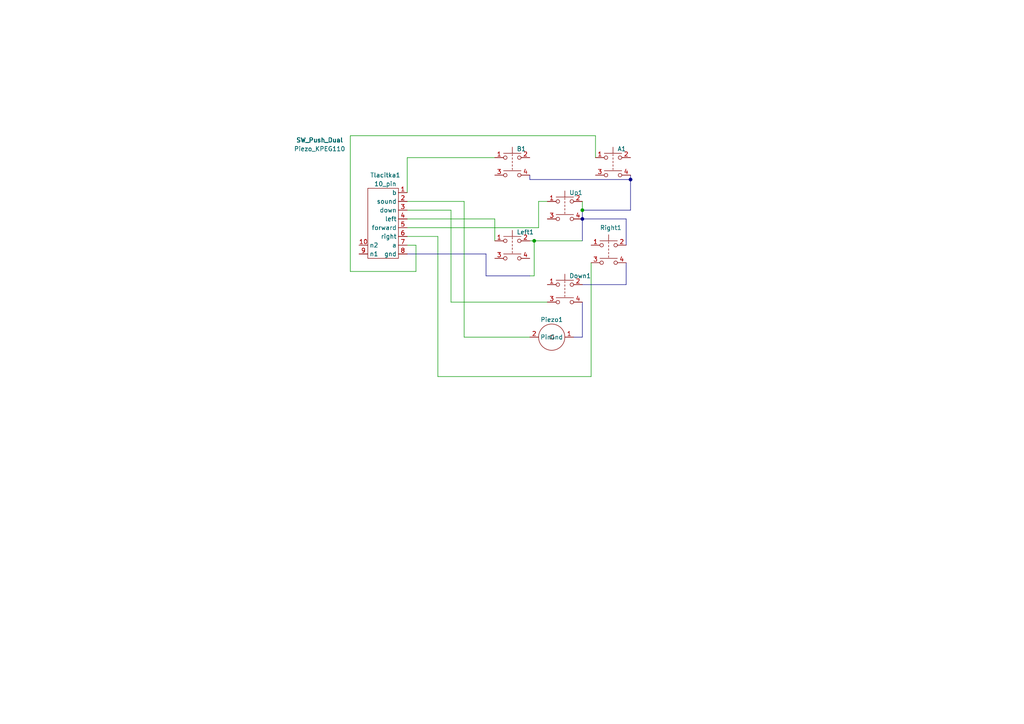
<source format=kicad_sch>
(kicad_sch (version 20211123) (generator eeschema)

  (uuid 55992e35-fe7b-468a-9b7a-1e4dc931b904)

  (paper "A4")

  (lib_symbols
    (symbol "Jst_tht_urx:10_pin" (in_bom yes) (on_board yes)
      (property "Reference" "U" (id 0) (at -6.35 10.16 0)
        (effects (font (size 1.27 1.27)))
      )
      (property "Value" "10_pin" (id 1) (at -2.54 10.16 0)
        (effects (font (size 1.27 1.27)))
      )
      (property "Footprint" "" (id 2) (at 0 0 0)
        (effects (font (size 1.27 1.27)) hide)
      )
      (property "Datasheet" "" (id 3) (at 0 0 0)
        (effects (font (size 1.27 1.27)) hide)
      )
      (symbol "10_pin_0_1"
        (rectangle (start 1.27 8.89) (end -7.62 -11.43)
          (stroke (width 0) (type default) (color 0 0 0 0))
          (fill (type none))
        )
      )
      (symbol "10_pin_1_1"
        (pin input line (at 3.81 7.62 180) (length 2.54)
          (name "b" (effects (font (size 1.27 1.27))))
          (number "1" (effects (font (size 1.27 1.27))))
        )
        (pin input line (at -10.16 -7.62 0) (length 2.54)
          (name "n2" (effects (font (size 1.27 1.27))))
          (number "10" (effects (font (size 1.27 1.27))))
        )
        (pin input line (at 3.81 5.08 180) (length 2.54)
          (name "sound" (effects (font (size 1.27 1.27))))
          (number "2" (effects (font (size 1.27 1.27))))
        )
        (pin input line (at 3.81 2.54 180) (length 2.54)
          (name "down" (effects (font (size 1.27 1.27))))
          (number "3" (effects (font (size 1.27 1.27))))
        )
        (pin input line (at 3.81 0 180) (length 2.54)
          (name "left" (effects (font (size 1.27 1.27))))
          (number "4" (effects (font (size 1.27 1.27))))
        )
        (pin input line (at 3.81 -2.54 180) (length 2.54)
          (name "forward" (effects (font (size 1.27 1.27))))
          (number "5" (effects (font (size 1.27 1.27))))
        )
        (pin input line (at 3.81 -5.08 180) (length 2.54)
          (name "right" (effects (font (size 1.27 1.27))))
          (number "6" (effects (font (size 1.27 1.27))))
        )
        (pin input line (at 3.81 -7.62 180) (length 2.54)
          (name "a" (effects (font (size 1.27 1.27))))
          (number "7" (effects (font (size 1.27 1.27))))
        )
        (pin input line (at 3.81 -10.16 180) (length 2.54)
          (name "gnd" (effects (font (size 1.27 1.27))))
          (number "8" (effects (font (size 1.27 1.27))))
        )
        (pin input line (at -10.16 -10.16 0) (length 2.54)
          (name "n1" (effects (font (size 1.27 1.27))))
          (number "9" (effects (font (size 1.27 1.27))))
        )
      )
    )
    (symbol "Switch:SW_Push_Dual" (pin_names (offset 1.016) hide) (in_bom yes) (on_board yes)
      (property "Reference" "SW" (id 0) (at 1.27 2.54 0)
        (effects (font (size 1.27 1.27)) (justify left))
      )
      (property "Value" "SW_Push_Dual" (id 1) (at 0 -6.858 0)
        (effects (font (size 1.27 1.27)))
      )
      (property "Footprint" "" (id 2) (at 0 5.08 0)
        (effects (font (size 1.27 1.27)) hide)
      )
      (property "Datasheet" "~" (id 3) (at 0 5.08 0)
        (effects (font (size 1.27 1.27)) hide)
      )
      (property "ki_keywords" "switch normally-open pushbutton push-button" (id 4) (at 0 0 0)
        (effects (font (size 1.27 1.27)) hide)
      )
      (property "ki_description" "Push button switch, generic, symbol, four pins" (id 5) (at 0 0 0)
        (effects (font (size 1.27 1.27)) hide)
      )
      (symbol "SW_Push_Dual_0_1"
        (circle (center -2.032 -5.08) (radius 0.508)
          (stroke (width 0) (type default) (color 0 0 0 0))
          (fill (type none))
        )
        (circle (center -2.032 0) (radius 0.508)
          (stroke (width 0) (type default) (color 0 0 0 0))
          (fill (type none))
        )
        (polyline
          (pts
            (xy 0 -3.048)
            (xy 0 -3.556)
          )
          (stroke (width 0) (type default) (color 0 0 0 0))
          (fill (type none))
        )
        (polyline
          (pts
            (xy 0 -2.032)
            (xy 0 -2.54)
          )
          (stroke (width 0) (type default) (color 0 0 0 0))
          (fill (type none))
        )
        (polyline
          (pts
            (xy 0 -1.524)
            (xy 0 -1.016)
          )
          (stroke (width 0) (type default) (color 0 0 0 0))
          (fill (type none))
        )
        (polyline
          (pts
            (xy 0 -0.508)
            (xy 0 0)
          )
          (stroke (width 0) (type default) (color 0 0 0 0))
          (fill (type none))
        )
        (polyline
          (pts
            (xy 0 0.508)
            (xy 0 1.016)
          )
          (stroke (width 0) (type default) (color 0 0 0 0))
          (fill (type none))
        )
        (polyline
          (pts
            (xy 0 1.27)
            (xy 0 3.048)
          )
          (stroke (width 0) (type default) (color 0 0 0 0))
          (fill (type none))
        )
        (polyline
          (pts
            (xy 2.54 -3.81)
            (xy -2.54 -3.81)
          )
          (stroke (width 0) (type default) (color 0 0 0 0))
          (fill (type none))
        )
        (polyline
          (pts
            (xy 2.54 1.27)
            (xy -2.54 1.27)
          )
          (stroke (width 0) (type default) (color 0 0 0 0))
          (fill (type none))
        )
        (circle (center 2.032 -5.08) (radius 0.508)
          (stroke (width 0) (type default) (color 0 0 0 0))
          (fill (type none))
        )
        (circle (center 2.032 0) (radius 0.508)
          (stroke (width 0) (type default) (color 0 0 0 0))
          (fill (type none))
        )
        (pin passive line (at -5.08 0 0) (length 2.54)
          (name "1" (effects (font (size 1.27 1.27))))
          (number "1" (effects (font (size 1.27 1.27))))
        )
        (pin passive line (at 5.08 0 180) (length 2.54)
          (name "2" (effects (font (size 1.27 1.27))))
          (number "2" (effects (font (size 1.27 1.27))))
        )
        (pin passive line (at -5.08 -5.08 0) (length 2.54)
          (name "3" (effects (font (size 1.27 1.27))))
          (number "3" (effects (font (size 1.27 1.27))))
        )
        (pin passive line (at 5.08 -5.08 180) (length 2.54)
          (name "4" (effects (font (size 1.27 1.27))))
          (number "4" (effects (font (size 1.27 1.27))))
        )
      )
    )
    (symbol "boost-5v:Piezo_KPEG110" (in_bom yes) (on_board yes)
      (property "Reference" "U" (id 0) (at 0 6.35 0)
        (effects (font (size 1.27 1.27)))
      )
      (property "Value" "Piezo_KPEG110" (id 1) (at 0 4.572 0)
        (effects (font (size 1.27 1.27)))
      )
      (property "Footprint" "" (id 2) (at 0 0 0)
        (effects (font (size 1.27 1.27)) hide)
      )
      (property "Datasheet" "" (id 3) (at 0 0 0)
        (effects (font (size 1.27 1.27)) hide)
      )
      (symbol "Piezo_KPEG110_0_1"
        (circle (center 0 0) (radius 0.568)
          (stroke (width 0) (type default) (color 0 0 0 0))
          (fill (type none))
        )
        (circle (center 0 0) (radius 3.81)
          (stroke (width 0) (type default) (color 0 0 0 0))
          (fill (type none))
        )
      )
      (symbol "Piezo_KPEG110_1_1"
        (pin input line (at 6.35 0 180) (length 2.54)
          (name "Gnd" (effects (font (size 1.27 1.27))))
          (number "1" (effects (font (size 1.27 1.27))))
        )
        (pin input line (at -6.35 0 0) (length 2.54)
          (name "Pin" (effects (font (size 1.27 1.27))))
          (number "2" (effects (font (size 1.27 1.27))))
        )
      )
    )
  )

  (junction (at 182.88 52.07) (diameter 0) (color 0 0 132 1)
    (uuid 30a0168e-4501-459a-acfd-8851cf21afa7)
  )
  (junction (at 154.94 69.85) (diameter 0) (color 0 0 0 0)
    (uuid 46d082ad-44ed-431d-8c26-dfff57ff6fba)
  )
  (junction (at 168.91 60.96) (diameter 0) (color 0 0 0 0)
    (uuid 66c55078-9118-4351-98f4-999f666271c9)
  )
  (junction (at 168.91 63.5) (diameter 0) (color 0 0 132 1)
    (uuid c385faae-ff77-4f1e-9ac9-c80189650646)
  )

  (wire (pts (xy 153.67 52.07) (xy 153.67 50.8))
    (stroke (width 0) (type default) (color 0 0 132 1))
    (uuid 02452faa-7e81-4bdc-9676-7c5a8c0e1fea)
  )
  (wire (pts (xy 168.91 63.5) (xy 181.61 63.5))
    (stroke (width 0) (type default) (color 0 0 132 1))
    (uuid 06eb6e75-0d7a-4f77-bbfd-f9e2aaffc2d4)
  )
  (wire (pts (xy 153.67 80.01) (xy 154.94 80.01))
    (stroke (width 0) (type default) (color 0 0 0 0))
    (uuid 113dbf65-5926-4edf-b26a-d55c9aa1abf5)
  )
  (wire (pts (xy 118.11 68.58) (xy 127 68.58))
    (stroke (width 0) (type default) (color 0 0 0 0))
    (uuid 12b74af6-ee02-4de2-a5fe-1c1ed6eed414)
  )
  (wire (pts (xy 118.11 55.88) (xy 118.11 45.72))
    (stroke (width 0) (type default) (color 0 0 0 0))
    (uuid 1d11fc18-e137-4519-8d73-80400bf0b48f)
  )
  (wire (pts (xy 101.6 39.37) (xy 172.72 39.37))
    (stroke (width 0) (type default) (color 0 0 0 0))
    (uuid 28d4c467-7f88-4d5a-8b0c-97a5dc1f32dc)
  )
  (wire (pts (xy 140.97 73.66) (xy 140.97 80.01))
    (stroke (width 0) (type default) (color 0 0 132 1))
    (uuid 316ae3b3-e05f-4c4c-af5f-fb012f29897b)
  )
  (wire (pts (xy 118.11 45.72) (xy 143.51 45.72))
    (stroke (width 0) (type default) (color 0 0 0 0))
    (uuid 3b73e9d1-b449-437e-927c-5d910b70bab9)
  )
  (wire (pts (xy 118.11 66.04) (xy 156.21 66.04))
    (stroke (width 0) (type default) (color 0 0 0 0))
    (uuid 4522458f-520d-4f9e-bdd1-f7cc484f6611)
  )
  (wire (pts (xy 182.88 50.8) (xy 182.88 52.07))
    (stroke (width 0) (type default) (color 0 0 132 1))
    (uuid 5b5199e9-c86b-4377-9517-87f6fac2e3bd)
  )
  (wire (pts (xy 168.91 63.5) (xy 168.91 60.96))
    (stroke (width 0) (type default) (color 0 0 132 1))
    (uuid 5bfd610b-6266-433d-9802-b5fcf45169a5)
  )
  (wire (pts (xy 118.11 60.96) (xy 130.81 60.96))
    (stroke (width 0) (type default) (color 0 0 0 0))
    (uuid 600f0cbd-7226-4d06-a1f8-9be7f2fdccfd)
  )
  (wire (pts (xy 127 109.22) (xy 171.45 109.22))
    (stroke (width 0) (type default) (color 0 0 0 0))
    (uuid 606404ea-4db6-41ea-81f5-22963ccb56a8)
  )
  (wire (pts (xy 127 68.58) (xy 127 109.22))
    (stroke (width 0) (type default) (color 0 0 0 0))
    (uuid 668c0a9a-19a8-47a7-8054-b830ada36627)
  )
  (wire (pts (xy 140.97 80.01) (xy 153.67 80.01))
    (stroke (width 0) (type default) (color 0 0 132 1))
    (uuid 6c93e887-2fd3-49d7-b0ae-e11223c4a0f5)
  )
  (wire (pts (xy 172.72 39.37) (xy 172.72 45.72))
    (stroke (width 0) (type default) (color 0 0 0 0))
    (uuid 6dbf9e6d-f3db-4d8e-9608-11dc9d6a49b6)
  )
  (wire (pts (xy 130.81 60.96) (xy 130.81 87.63))
    (stroke (width 0) (type default) (color 0 0 0 0))
    (uuid 6f6526fa-19cc-45e4-9890-cdd44d2ea2b3)
  )
  (wire (pts (xy 156.21 66.04) (xy 156.21 58.42))
    (stroke (width 0) (type default) (color 0 0 0 0))
    (uuid 73531938-dffd-4450-badc-0717079e432e)
  )
  (wire (pts (xy 118.11 63.5) (xy 143.51 63.5))
    (stroke (width 0) (type default) (color 0 0 0 0))
    (uuid 77b4fb8f-e87c-493c-9654-9f87383fd891)
  )
  (wire (pts (xy 182.88 52.07) (xy 182.88 60.96))
    (stroke (width 0) (type default) (color 0 0 132 1))
    (uuid 78c12324-8c0a-4eb2-9de2-a8237ed49f99)
  )
  (wire (pts (xy 154.94 69.85) (xy 168.91 69.85))
    (stroke (width 0) (type default) (color 0 0 0 0))
    (uuid 8384007a-468a-4fd9-8fc2-a60b606c748e)
  )
  (wire (pts (xy 134.62 58.42) (xy 134.62 97.79))
    (stroke (width 0) (type default) (color 0 0 0 0))
    (uuid 8751a230-0704-4a46-8808-092aa78d1ea1)
  )
  (wire (pts (xy 168.91 60.96) (xy 182.88 60.96))
    (stroke (width 0) (type default) (color 0 0 132 1))
    (uuid 9188712d-b8f2-4c7a-be9c-96ba2dffbbb0)
  )
  (wire (pts (xy 154.94 69.85) (xy 153.67 69.85))
    (stroke (width 0) (type default) (color 0 0 0 0))
    (uuid 9c038614-e09f-44e5-9673-a7576a0c1728)
  )
  (wire (pts (xy 120.65 78.74) (xy 101.6 78.74))
    (stroke (width 0) (type default) (color 0 0 0 0))
    (uuid 9e04ff04-fc39-42cf-8617-324e83448a4f)
  )
  (wire (pts (xy 118.11 71.12) (xy 120.65 71.12))
    (stroke (width 0) (type default) (color 0 0 0 0))
    (uuid a93ee25a-9626-47c5-bfd3-393e4c87523a)
  )
  (wire (pts (xy 168.91 87.63) (xy 168.91 97.79))
    (stroke (width 0) (type default) (color 0 0 132 1))
    (uuid b4611273-8770-4629-8941-127ab76facbc)
  )
  (wire (pts (xy 156.21 58.42) (xy 158.75 58.42))
    (stroke (width 0) (type default) (color 0 0 0 0))
    (uuid b9c801e6-b7c1-4845-b46c-3548e811e16b)
  )
  (wire (pts (xy 171.45 109.22) (xy 171.45 76.2))
    (stroke (width 0) (type default) (color 0 0 0 0))
    (uuid beb2ef63-0b24-402d-8c77-86e3f9989ee1)
  )
  (wire (pts (xy 143.51 63.5) (xy 143.51 69.85))
    (stroke (width 0) (type default) (color 0 0 0 0))
    (uuid c277a1cd-6f1d-4356-bbe0-bc466aa24c70)
  )
  (wire (pts (xy 168.91 69.85) (xy 168.91 63.5))
    (stroke (width 0) (type default) (color 0 0 132 1))
    (uuid cc2c5b6a-3687-4cb2-8ae7-a9170cded757)
  )
  (wire (pts (xy 168.91 58.42) (xy 168.91 60.96))
    (stroke (width 0) (type default) (color 0 0 0 0))
    (uuid d2610a92-07cf-4a45-95ae-cc41a92e1ebd)
  )
  (wire (pts (xy 134.62 97.79) (xy 153.67 97.79))
    (stroke (width 0) (type default) (color 0 0 0 0))
    (uuid d2acfa03-639f-4b6f-a0f0-16656314e994)
  )
  (wire (pts (xy 181.61 63.5) (xy 181.61 71.12))
    (stroke (width 0) (type default) (color 0 0 132 1))
    (uuid d629c010-b8a3-4a32-9c99-ccf0390d8fda)
  )
  (wire (pts (xy 130.81 87.63) (xy 158.75 87.63))
    (stroke (width 0) (type default) (color 0 0 0 0))
    (uuid d842c5e8-c79c-4e25-a38e-251c37d62b20)
  )
  (wire (pts (xy 181.61 82.55) (xy 168.91 82.55))
    (stroke (width 0) (type default) (color 0 0 132 1))
    (uuid dc0ec2cf-d74c-4a12-b00b-f4d52b60baf9)
  )
  (wire (pts (xy 101.6 78.74) (xy 101.6 39.37))
    (stroke (width 0) (type default) (color 0 0 0 0))
    (uuid e70a7ee1-4f4e-476f-9cab-97a99ad0de30)
  )
  (wire (pts (xy 118.11 73.66) (xy 140.97 73.66))
    (stroke (width 0) (type default) (color 0 0 132 1))
    (uuid eb80bcb0-2463-408a-b327-16e11777e01f)
  )
  (wire (pts (xy 154.94 80.01) (xy 154.94 69.85))
    (stroke (width 0) (type default) (color 0 0 0 0))
    (uuid ebe6747c-9511-4c85-a619-d3808416f206)
  )
  (wire (pts (xy 168.91 97.79) (xy 166.37 97.79))
    (stroke (width 0) (type default) (color 0 0 132 1))
    (uuid f181188e-db6d-44b6-95b8-a7ed1556fcc3)
  )
  (wire (pts (xy 118.11 58.42) (xy 134.62 58.42))
    (stroke (width 0) (type default) (color 0 0 0 0))
    (uuid f83c4db6-a814-4c14-b11d-d0de514c2b62)
  )
  (wire (pts (xy 120.65 71.12) (xy 120.65 78.74))
    (stroke (width 0) (type default) (color 0 0 0 0))
    (uuid fadccb9d-b429-4f05-a7dc-0a983caac7ca)
  )
  (wire (pts (xy 181.61 76.2) (xy 181.61 82.55))
    (stroke (width 0) (type default) (color 0 0 132 1))
    (uuid faf64a05-a334-4365-b7df-08c4e3a613c5)
  )
  (wire (pts (xy 182.88 52.07) (xy 153.67 52.07))
    (stroke (width 0) (type default) (color 0 0 132 1))
    (uuid fbbd0a70-5ce1-42f7-b944-4f2a28bccab1)
  )

  (symbol (lib_id "Switch:SW_Push_Dual") (at 176.53 71.12 0) (unit 1)
    (in_bom yes) (on_board yes)
    (uuid 1a72723a-40a5-494c-8482-12b4dc7d2337)
    (property "Reference" "Right1" (id 0) (at 173.99 66.04 0)
      (effects (font (size 1.27 1.27)) (justify left))
    )
    (property "Value" "" (id 1) (at 92.71 40.64 0))
    (property "Footprint" "" (id 2) (at 176.53 66.04 0)
      (effects (font (size 1.27 1.27)) hide)
    )
    (property "Datasheet" "~" (id 3) (at 176.53 66.04 0)
      (effects (font (size 1.27 1.27)) hide)
    )
    (pin "1" (uuid 9bb1ef3c-118b-4827-bd75-538a6c260d81))
    (pin "2" (uuid 6c319460-254f-4764-8594-04a29186b80e))
    (pin "3" (uuid 6644d3fc-2dc3-4b6f-a4e4-e4c6d7749bea))
    (pin "4" (uuid 4c8f85b7-738f-47cd-a8f5-b5d7783c6b06))
  )

  (symbol (lib_id "Switch:SW_Push_Dual") (at 163.83 82.55 0) (unit 1)
    (in_bom yes) (on_board yes)
    (uuid 23d0e929-f5a1-4c62-b387-0887d9659f38)
    (property "Reference" "Down1" (id 0) (at 165.1 80.01 0)
      (effects (font (size 1.27 1.27)) (justify left))
    )
    (property "Value" "" (id 1) (at 92.71 40.64 0))
    (property "Footprint" "" (id 2) (at 163.83 77.47 0)
      (effects (font (size 1.27 1.27)) hide)
    )
    (property "Datasheet" "~" (id 3) (at 163.83 77.47 0)
      (effects (font (size 1.27 1.27)) hide)
    )
    (pin "1" (uuid 7d4fcb23-c914-48df-941d-94cf5f1f85b5))
    (pin "2" (uuid 4f69bb40-cbf2-45c5-8c23-3e0667e1f6c1))
    (pin "3" (uuid 2480dd87-1dff-4a50-81a2-52ef161ac45c))
    (pin "4" (uuid 61b6f2c4-b226-47d6-bbd8-9d67fcaf35c3))
  )

  (symbol (lib_id "Switch:SW_Push_Dual") (at 148.59 69.85 0) (unit 1)
    (in_bom yes) (on_board yes)
    (uuid 2b8e67f5-5713-48b8-8539-09fa9a348067)
    (property "Reference" "Left1" (id 0) (at 149.86 67.31 0)
      (effects (font (size 1.27 1.27)) (justify left))
    )
    (property "Value" "" (id 1) (at 92.71 40.64 0))
    (property "Footprint" "" (id 2) (at 148.59 64.77 0)
      (effects (font (size 1.27 1.27)) hide)
    )
    (property "Datasheet" "~" (id 3) (at 148.59 64.77 0)
      (effects (font (size 1.27 1.27)) hide)
    )
    (pin "1" (uuid 4fa6f24d-6af6-4e6e-94cb-95aa9bc82ff8))
    (pin "2" (uuid 9ec7af27-20d5-415a-8eb4-cf6d8ac2b9cd))
    (pin "3" (uuid d7af798b-1716-4c17-a324-97389f164c56))
    (pin "4" (uuid 8b7dfef1-bb6c-45e4-8afa-ee76bc4ae38a))
  )

  (symbol (lib_id "Switch:SW_Push_Dual") (at 148.59 45.72 0) (unit 1)
    (in_bom yes) (on_board yes)
    (uuid 2f610c49-b8c4-44fc-bf4f-c24dbd5229b8)
    (property "Reference" "B1" (id 0) (at 149.86 43.18 0)
      (effects (font (size 1.27 1.27)) (justify left))
    )
    (property "Value" "" (id 1) (at 92.71 40.64 0))
    (property "Footprint" "" (id 2) (at 148.59 40.64 0)
      (effects (font (size 1.27 1.27)) hide)
    )
    (property "Datasheet" "~" (id 3) (at 148.59 40.64 0)
      (effects (font (size 1.27 1.27)) hide)
    )
    (pin "1" (uuid 24dd5470-db3c-46cd-84b7-64e4906ef3f3))
    (pin "2" (uuid 86c81794-13bd-4e07-b7c3-db4d0a217ec7))
    (pin "3" (uuid 16d0ce06-1cc1-48db-8915-66dcee803574))
    (pin "4" (uuid e353e7ee-5dd5-4a9f-b52c-fa93d980dc33))
  )

  (symbol (lib_id "boost-5v:Piezo_KPEG110") (at 160.02 97.79 0) (unit 1)
    (in_bom yes) (on_board yes)
    (uuid 37ece556-bb51-4bde-b047-6fc15e7deb2d)
    (property "Reference" "Piezo1" (id 0) (at 160.02 92.71 0))
    (property "Value" "" (id 1) (at 92.71 43.18 0))
    (property "Footprint" "" (id 2) (at 160.02 97.79 0)
      (effects (font (size 1.27 1.27)) hide)
    )
    (property "Datasheet" "" (id 3) (at 160.02 97.79 0)
      (effects (font (size 1.27 1.27)) hide)
    )
    (pin "1" (uuid c9eb349c-d1b9-4c4c-985f-cf83f393733b))
    (pin "2" (uuid f5993126-60e1-414e-9fda-d0cd17fcf95a))
  )

  (symbol (lib_id "Switch:SW_Push_Dual") (at 177.8 45.72 0) (unit 1)
    (in_bom yes) (on_board yes)
    (uuid 3cc40abc-9324-4b0c-bbc4-c9383a5d7f62)
    (property "Reference" "A1" (id 0) (at 179.07 43.18 0)
      (effects (font (size 1.27 1.27)) (justify left))
    )
    (property "Value" "" (id 1) (at 92.71 40.64 0))
    (property "Footprint" "" (id 2) (at 177.8 40.64 0)
      (effects (font (size 1.27 1.27)) hide)
    )
    (property "Datasheet" "~" (id 3) (at 177.8 40.64 0)
      (effects (font (size 1.27 1.27)) hide)
    )
    (pin "1" (uuid eaaea3ad-1ab3-4594-894e-63ea792629a9))
    (pin "2" (uuid 90a3d2cd-5a4e-43d1-9ff6-1d9d1a26289c))
    (pin "3" (uuid afc4068f-c9a3-48c4-8a7c-725fc5a9970c))
    (pin "4" (uuid 0386a8c0-7a33-40ad-8ea1-145d161c50a1))
  )

  (symbol (lib_id "Switch:SW_Push_Dual") (at 163.83 58.42 0) (unit 1)
    (in_bom yes) (on_board yes)
    (uuid 63005c88-0a3e-4641-a781-28b3063298d7)
    (property "Reference" "Up1" (id 0) (at 165.1 55.88 0)
      (effects (font (size 1.27 1.27)) (justify left))
    )
    (property "Value" "" (id 1) (at 92.71 40.64 0))
    (property "Footprint" "" (id 2) (at 163.83 53.34 0)
      (effects (font (size 1.27 1.27)) hide)
    )
    (property "Datasheet" "~" (id 3) (at 163.83 53.34 0)
      (effects (font (size 1.27 1.27)) hide)
    )
    (pin "1" (uuid 143a35af-b893-4b64-95e7-41f6c73b6bcb))
    (pin "2" (uuid 7f47ecb6-4909-48a6-b1c5-f4bda50df92d))
    (pin "3" (uuid 6afd4048-a128-415b-b222-c4deb6ab96d8))
    (pin "4" (uuid 717e691f-8ded-4684-a35f-32641d281944))
  )

  (symbol (lib_id "Jst_tht_urx:10_pin") (at 114.3 63.5 0) (unit 1)
    (in_bom yes) (on_board yes)
    (uuid e92b98ed-f328-41ef-b487-3af308a09e3e)
    (property "Reference" "Tlacitka1" (id 0) (at 111.76 50.8 0))
    (property "Value" "" (id 1) (at 111.76 53.34 0))
    (property "Footprint" "" (id 2) (at 114.3 63.5 0)
      (effects (font (size 1.27 1.27)) hide)
    )
    (property "Datasheet" "" (id 3) (at 114.3 63.5 0)
      (effects (font (size 1.27 1.27)) hide)
    )
    (pin "1" (uuid acbc2e49-e0c2-4241-8b94-c64de2a5119c))
    (pin "10" (uuid 9d4d5e4f-d492-4c2c-a5bb-8838b54f44d0))
    (pin "2" (uuid e6e18041-6501-4e56-87e0-7a87f405ee39))
    (pin "3" (uuid 58ca3565-e548-48c8-8f20-79d267753b60))
    (pin "4" (uuid 0573d8fa-c375-4848-80e9-1553ea862d7f))
    (pin "5" (uuid c8272a46-58ed-4b4d-bccc-aa9ea9d868d4))
    (pin "6" (uuid 6f3fb618-0a47-48f8-b5fd-58b4c835133a))
    (pin "7" (uuid 64169e0c-5ed9-4557-9a0c-f897e81e2e94))
    (pin "8" (uuid 4f6963b8-7d94-4965-876e-11e6ed1eff0a))
    (pin "9" (uuid e4da3b34-0ec6-492c-bc94-a9a3f930243f))
  )

  (sheet_instances
    (path "/" (page "1"))
  )

  (symbol_instances
    (path "/3cc40abc-9324-4b0c-bbc4-c9383a5d7f62"
      (reference "A1") (unit 1) (value "SW_Push_Dual") (footprint "Button_Switch_THT:SW_Push_2P1T_Toggle_CK_PVA1xxH1xxxxxxV2")
    )
    (path "/2f610c49-b8c4-44fc-bf4f-c24dbd5229b8"
      (reference "B1") (unit 1) (value "SW_Push_Dual") (footprint "Button_Switch_THT:SW_Push_2P1T_Toggle_CK_PVA1xxH1xxxxxxV2")
    )
    (path "/23d0e929-f5a1-4c62-b387-0887d9659f38"
      (reference "Down1") (unit 1) (value "SW_Push_Dual") (footprint "Button_Switch_THT:SW_Push_2P1T_Toggle_CK_PVA1xxH1xxxxxxV2")
    )
    (path "/2b8e67f5-5713-48b8-8539-09fa9a348067"
      (reference "Left1") (unit 1) (value "SW_Push_Dual") (footprint "Button_Switch_THT:SW_Push_2P1T_Toggle_CK_PVA1xxH1xxxxxxV2")
    )
    (path "/37ece556-bb51-4bde-b047-6fc15e7deb2d"
      (reference "Piezo1") (unit 1) (value "Piezo_KPEG110") (footprint "urx_0_5_library:Piezo_KPEG110")
    )
    (path "/1a72723a-40a5-494c-8482-12b4dc7d2337"
      (reference "Right1") (unit 1) (value "SW_Push_Dual") (footprint "Button_Switch_THT:SW_Push_2P1T_Toggle_CK_PVA1xxH1xxxxxxV2")
    )
    (path "/e92b98ed-f328-41ef-b487-3af308a09e3e"
      (reference "Tlacitka1") (unit 1) (value "10_pin") (footprint "Connector_JST:JST_PH_B10B-PH-K_1x10_P2.00mm_Vertical")
    )
    (path "/63005c88-0a3e-4641-a781-28b3063298d7"
      (reference "Up1") (unit 1) (value "SW_Push_Dual") (footprint "Button_Switch_THT:SW_Push_2P1T_Toggle_CK_PVA1xxH1xxxxxxV2")
    )
  )
)

</source>
